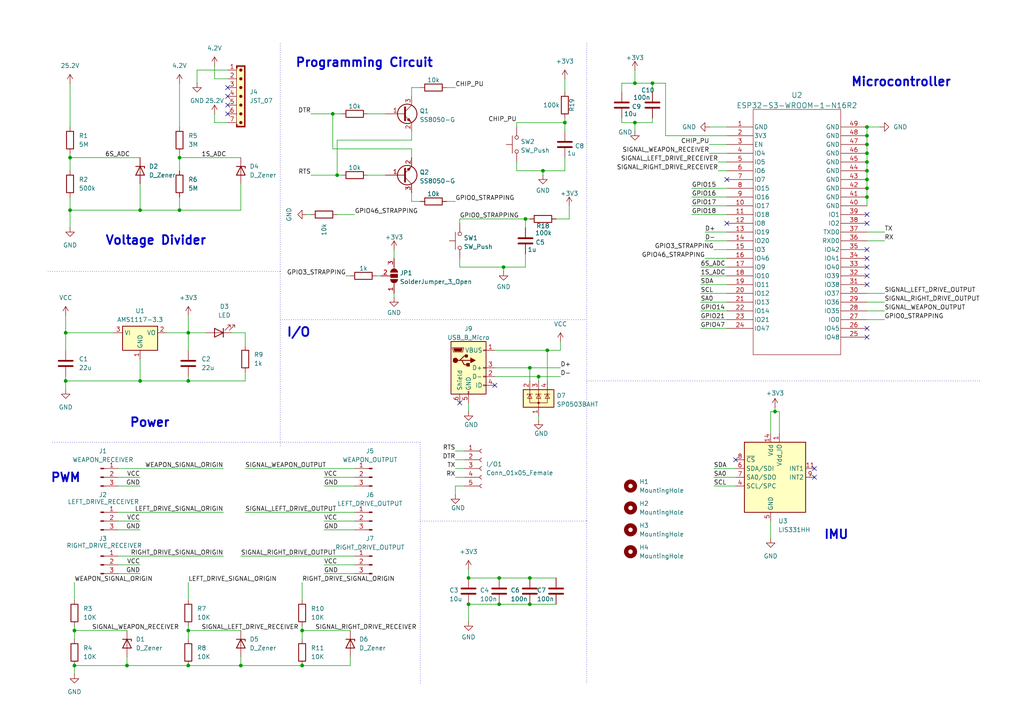
<source format=kicad_sch>
(kicad_sch (version 20231120) (generator "eeschema") (generator_version "8.0")
  (paper "A4")
  (lib_symbols
    (symbol "Connector:Conn_01x03_Pin" (pin_names (offset 1.016) hide)
      (property "Reference" "J" (at 0 5.08 0))
      (property "Value" "Conn_01x03_Pin" (at 0 -5.08 0))
      (symbol "Conn_01x03_Pin_1_1"
        (pin passive line (at 5.08 2.54 180) (length 3.81) (name "Pin_1") (number "1"))
        (pin passive line (at 5.08 0 180) (length 3.81) (name "Pin_2") (number "2"))
        (pin passive line (at 5.08 -2.54 180) (length 3.81) (name "Pin_3") (number "3"))
      )
    )
    (symbol "Connector:Conn_01x05_Female" (pin_names (offset 1.016) hide)
      (property "Reference" "J" (at 0 7.62 0))
      (property "Value" "Conn_01x05_Female" (at 0 -7.62 0))
      (symbol "Conn_01x05_Female_1_1"
        (pin passive line (at -5.08 5.08 0) (length 3.81) (name "Pin_1") (number "1"))
        (pin passive line (at -5.08 2.54 0) (length 3.81) (name "Pin_2") (number "2"))
        (pin passive line (at -5.08 0 0) (length 3.81) (name "Pin_3") (number "3"))
        (pin passive line (at -5.08 -2.54 0) (length 3.81) (name "Pin_4") (number "4"))
        (pin passive line (at -5.08 -5.08 0) (length 3.81) (name "Pin_5") (number "5"))
      )
    )
    (symbol "Connector:USB_B_Micro" (pin_names (offset 1.016))
      (property "Reference" "J" (at -5.08 11.43 0))
      (property "Value" "USB_B_Micro" (at -5.08 8.89 0))
      (symbol "USB_B_Micro_1_1"
        (pin power_out line (at 7.62 5.08 180) (length 2.54) (name "VBUS") (number "1"))
        (pin bidirectional line (at 7.62 -2.54 180) (length 2.54) (name "D-") (number "2"))
        (pin bidirectional line (at 7.62 0 180) (length 2.54) (name "D+") (number "3"))
        (pin passive line (at 7.62 -5.08 180) (length 2.54) (name "ID") (number "4"))
        (pin power_out line (at 0 -10.16 90) (length 2.54) (name "GND") (number "5"))
        (pin passive line (at -2.54 -10.16 90) (length 2.54) (name "Shield") (number "6"))
      )
    )
    (symbol "Device:C" (pin_numbers hide) (pin_names (offset 0.254))
      (property "Reference" "C" (at 0.635 2.54 0))
      (property "Value" "C" (at 0.635 -2.54 0))
      (symbol "C_1_1"
        (pin passive line (at 0 3.81 270) (length 2.794) (name "~") (number "1"))
        (pin passive line (at 0 -3.81 90) (length 2.794) (name "~") (number "2"))
      )
    )
    (symbol "Device:D_Zener" (pin_numbers hide) (pin_names (offset 1.016) hide)
      (property "Reference" "D" (at 0 2.54 0))
      (property "Value" "D_Zener" (at 0 -2.54 0))
      (symbol "D_Zener_1_1"
        (pin passive line (at -3.81 0 0) (length 2.54) (name "K") (number "1"))
        (pin passive line (at 3.81 0 180) (length 2.54) (name "A") (number "2"))
      )
    )
    (symbol "Device:LED" (pin_numbers hide) (pin_names (offset 1.016) hide)
      (property "Reference" "D" (at 0 2.54 0))
      (property "Value" "LED" (at 0 -2.54 0))
      (symbol "LED_1_1"
        (pin passive line (at -3.81 0 0) (length 2.54) (name "K") (number "1"))
        (pin passive line (at 3.81 0 180) (length 2.54) (name "A") (number "2"))
      )
    )
    (symbol "Device:Q_NPN_BEC" (pin_names (offset 0) hide)
      (property "Reference" "Q" (at 5.08 1.27 0))
      (property "Value" "Q_NPN_BEC" (at 5.08 -1.27 0))
      (symbol "Q_NPN_BEC_1_1"
        (pin input line (at -5.08 0 0) (length 5.715) (name "B") (number "1"))
        (pin passive line (at 2.54 -5.08 90) (length 2.54) (name "E") (number "2"))
        (pin passive line (at 2.54 5.08 270) (length 2.54) (name "C") (number "3"))
      )
    )
    (symbol "Device:R" (pin_numbers hide) (pin_names (offset 0))
      (property "Reference" "R" (at 2.032 0 90))
      (property "Value" "R" (at 0 0 90))
      (symbol "R_1_1"
        (pin passive line (at 0 3.81 270) (length 1.27) (name "~") (number "1"))
        (pin passive line (at 0 -3.81 90) (length 1.27) (name "~") (number "2"))
      )
    )
    (symbol "Jumper:SolderJumper_3_Open" (pin_names (offset 0) hide)
      (property "Reference" "JP" (at -2.54 -2.54 0))
      (property "Value" "SolderJumper_3_Open" (at 0 2.794 0))
      (symbol "SolderJumper_3_Open_1_1"
        (pin passive line (at -5.08 0 0) (length 2.54) (name "A") (number "1"))
        (pin passive line (at 0 -3.81 90) (length 2.54) (name "C") (number "2"))
        (pin passive line (at 5.08 0 180) (length 2.54) (name "B") (number "3"))
      )
    )
    (symbol "Mechanical:MountingHole" (pin_names (offset 1.016)) (exclude_from_sim yes) (in_bom no)
      (property "Reference" "H" (at 0 5.08 0))
      (property "Value" "MountingHole" (at 0 3.175 0))
    )
    (symbol "PCM_SL_Connectors:JST_07"
      (property "Reference" "J" (at 0 13.97 0))
      (property "Value" "JST_07" (at 0 11.43 0))
      (symbol "JST_07_1_1"
        (pin passive line (at -3.81 7.62 0) (length 2.54) (name "") (number "1"))
        (pin passive line (at -3.81 5.08 0) (length 2.54) (name "") (number "2"))
        (pin passive line (at -3.81 2.54 0) (length 2.54) (name "") (number "3"))
        (pin passive line (at -3.81 0 0) (length 2.54) (name "") (number "4"))
        (pin passive line (at -3.81 -2.54 0) (length 2.54) (name "") (number "5"))
        (pin passive line (at -3.81 -5.08 0) (length 2.54) (name "") (number "6"))
        (pin passive line (at -3.81 -7.62 0) (length 2.54) (name "") (number "7"))
      )
    )
    (symbol "Power_Protection:SP0503BAHT" (pin_names hide)
      (property "Reference" "D" (at 5.715 2.54 0))
      (property "Value" "SP0503BAHT" (at 5.715 0.635 0))
      (symbol "SP0503BAHT_0_0"
        (pin passive line (at 0 -5.08 90) (length 2.54) (name "A") (number "1"))
      )
      (symbol "SP0503BAHT_1_1"
        (pin passive line (at -2.54 5.08 270) (length 2.54) (name "K") (number "2"))
        (pin passive line (at 0 5.08 270) (length 2.54) (name "K") (number "3"))
        (pin passive line (at 2.54 5.08 270) (length 2.54) (name "K") (number "4"))
      )
    )
    (symbol "Regulator_Linear:AMS1117-3.3"
      (property "Reference" "U" (at -3.81 3.175 0))
      (property "Value" "AMS1117-3.3" (at 0 3.175 0))
      (symbol "AMS1117-3.3_1_1"
        (pin power_in line (at 0 -7.62 90) (length 2.54) (name "GND") (number "1"))
        (pin power_out line (at 7.62 0 180) (length 2.54) (name "VO") (number "2"))
        (pin power_in line (at -7.62 0 0) (length 2.54) (name "VI") (number "3"))
      )
    )
    (symbol "Sensor_Motion:LIS331HH"
      (property "Reference" "U" (at -7.62 11.43 0))
      (property "Value" "LIS331HH" (at 3.81 11.43 0))
      (symbol "LIS331HH_1_1"
        (pin power_in line (at 2.54 12.7 270) (length 2.54) (name "Vdd_IO") (number "1"))
        (pin passive line (at 0 -12.7 90) (length 2.54) hide (name "GND") (number "10"))
        (pin output line (at 12.7 2.54 180) (length 2.54) (name "INT1") (number "11"))
        (pin passive line (at 0 -12.7 90) (length 2.54) hide (name "GND") (number "12"))
        (pin passive line (at 0 -12.7 90) (length 2.54) hide (name "GND") (number "13"))
        (pin power_in line (at 0 12.7 270) (length 2.54) (name "Vdd") (number "14"))
        (pin passive line (at 0 12.7 270) (length 2.54) hide (name "Vdd") (number "15"))
        (pin passive line (at 0 -12.7 90) (length 2.54) hide (name "GND") (number "16"))
        (pin no_connect line (at 10.16 -2.54 180) (length 2.54) hide (name "NC") (number "2"))
        (pin no_connect line (at 10.16 -5.08 180) (length 2.54) hide (name "NC") (number "3"))
        (pin input line (at -10.16 -2.54 0) (length 2.54) (name "SCL/SPC") (number "4"))
        (pin power_in line (at 0 -12.7 90) (length 2.54) (name "GND") (number "5"))
        (pin bidirectional line (at -10.16 2.54 0) (length 2.54) (name "SDA/SDI") (number "6"))
        (pin output line (at -10.16 0 0) (length 2.54) (name "SA0/SDO") (number "7"))
        (pin input line (at -10.16 5.08 0) (length 2.54) (name "~{CS}") (number "8"))
        (pin output line (at 12.7 0 180) (length 2.54) (name "INT2") (number "9"))
      )
    )
    (symbol "Switch:SW_Push" (pin_numbers hide) (pin_names (offset 1.016) hide)
      (property "Reference" "SW" (at 1.27 2.54 0))
      (property "Value" "SW_Push" (at 0 -1.524 0))
      (symbol "SW_Push_0_1"
        (pin passive line (at -5.08 0 0) (length 2.54) (name "1") (number "1"))
        (pin passive line (at 5.08 0 180) (length 2.54) (name "2") (number "2"))
      )
    )
    (symbol "basic:C" (pin_numbers hide) (pin_names (offset 0.254))
      (property "Reference" "C" (at 0.635 2.54 0))
      (symbol "C_1_1"
        (pin passive line (at 0 3.81 270) (length 2.794) (name "~") (number "1"))
        (pin passive line (at 0 -3.81 90) (length 2.794) (name "~") (number "2"))
      )
    )
    (symbol "basic:R" (pin_numbers hide) (pin_names (offset 0))
      (property "Value" "R" (at 0 0 90))
      (symbol "R_1_1"
        (pin passive line (at 0 3.81 270) (length 1.27) (name "~") (number "1"))
        (pin passive line (at 0 -3.81 90) (length 1.27) (name "~") (number "2"))
      )
    )
    (symbol "local_symbols:ESP32-S3-WROOM-1-N16R2" (pin_names (offset 0.254))
      (property "Reference" "U" (at 20.32 10.16 0))
      (property "Value" "ESP32-S3-WROOM-1-N16R2" (at 20.32 7.62 0))
      (symbol "ESP32-S3-WROOM-1-N16R2_0_1"
        (pin power_out line (at 0 0 0) (length 7.62) (name "GND") (number "1"))
        (pin bidirectional line (at 0 -22.86 0) (length 7.62) (name "IO17") (number "10"))
        (pin bidirectional line (at 0 -25.4 0) (length 7.62) (name "IO18") (number "11"))
        (pin bidirectional line (at 0 -27.94 0) (length 7.62) (name "IO8") (number "12"))
        (pin bidirectional line (at 0 -30.48 0) (length 7.62) (name "IO19") (number "13"))
        (pin bidirectional line (at 0 -33.02 0) (length 7.62) (name "IO20") (number "14"))
        (pin bidirectional line (at 0 -35.56 0) (length 7.62) (name "IO3") (number "15"))
        (pin bidirectional line (at 0 -38.1 0) (length 7.62) (name "IO46") (number "16"))
        (pin bidirectional line (at 0 -40.64 0) (length 7.62) (name "IO9") (number "17"))
        (pin bidirectional line (at 0 -43.18 0) (length 7.62) (name "IO10") (number "18"))
        (pin bidirectional line (at 0 -45.72 0) (length 7.62) (name "IO11") (number "19"))
        (pin power_in line (at 0 -2.54 0) (length 7.62) (name "3V3") (number "2"))
        (pin bidirectional line (at 0 -48.26 0) (length 7.62) (name "IO12") (number "20"))
        (pin bidirectional line (at 0 -50.8 0) (length 7.62) (name "IO13") (number "21"))
        (pin bidirectional line (at 0 -53.34 0) (length 7.62) (name "IO14") (number "22"))
        (pin bidirectional line (at 0 -55.88 0) (length 7.62) (name "IO21") (number "23"))
        (pin bidirectional line (at 0 -58.42 0) (length 7.62) (name "IO47") (number "24"))
        (pin bidirectional line (at 40.64 -60.96 180) (length 7.62) (name "IO48") (number "25"))
        (pin bidirectional line (at 40.64 -58.42 180) (length 7.62) (name "IO45") (number "26"))
        (pin bidirectional line (at 40.64 -55.88 180) (length 7.62) (name "IO0") (number "27"))
        (pin bidirectional line (at 40.64 -53.34 180) (length 7.62) (name "IO35") (number "28"))
        (pin bidirectional line (at 40.64 -50.8 180) (length 7.62) (name "IO36") (number "29"))
        (pin input line (at 0 -5.08 0) (length 7.62) (name "EN") (number "3"))
        (pin bidirectional line (at 40.64 -48.26 180) (length 7.62) (name "IO37") (number "30"))
        (pin bidirectional line (at 40.64 -45.72 180) (length 7.62) (name "IO38") (number "31"))
        (pin bidirectional line (at 40.64 -43.18 180) (length 7.62) (name "IO39") (number "32"))
        (pin bidirectional line (at 40.64 -40.64 180) (length 7.62) (name "IO40") (number "33"))
        (pin bidirectional line (at 40.64 -38.1 180) (length 7.62) (name "IO41") (number "34"))
        (pin bidirectional line (at 40.64 -35.56 180) (length 7.62) (name "IO42") (number "35"))
        (pin bidirectional line (at 40.64 -33.02 180) (length 7.62) (name "RXD0") (number "36"))
        (pin bidirectional line (at 40.64 -30.48 180) (length 7.62) (name "TXD0") (number "37"))
        (pin bidirectional line (at 40.64 -27.94 180) (length 7.62) (name "IO2") (number "38"))
        (pin bidirectional line (at 40.64 -25.4 180) (length 7.62) (name "IO1") (number "39"))
        (pin bidirectional line (at 0 -7.62 0) (length 7.62) (name "IO4") (number "4"))
        (pin power_out line (at 40.64 -22.86 180) (length 7.62) (name "GND") (number "40"))
        (pin power_out line (at 40.64 -20.32 180) (length 7.62) (name "GND") (number "41"))
        (pin power_out line (at 40.64 -17.78 180) (length 7.62) (name "GND") (number "42"))
        (pin power_out line (at 40.64 -15.24 180) (length 7.62) (name "GND") (number "43"))
        (pin power_out line (at 40.64 -12.7 180) (length 7.62) (name "GND") (number "44"))
        (pin power_out line (at 40.64 -10.16 180) (length 7.62) (name "GND") (number "45"))
        (pin power_out line (at 40.64 -7.62 180) (length 7.62) (name "GND") (number "46"))
        (pin power_out line (at 40.64 -5.08 180) (length 7.62) (name "GND") (number "47"))
        (pin power_out line (at 40.64 -2.54 180) (length 7.62) (name "GND") (number "48"))
        (pin power_out line (at 40.64 0 180) (length 7.62) (name "GND") (number "49"))
        (pin bidirectional line (at 0 -10.16 0) (length 7.62) (name "IO5") (number "5"))
        (pin bidirectional line (at 0 -12.7 0) (length 7.62) (name "IO6") (number "6"))
        (pin bidirectional line (at 0 -15.24 0) (length 7.62) (name "IO7") (number "7"))
        (pin bidirectional line (at 0 -17.78 0) (length 7.62) (name "IO15") (number "8"))
        (pin bidirectional line (at 0 -20.32 0) (length 7.62) (name "IO16") (number "9"))
      )
    )
    (symbol "power:+3V3" (power) (pin_numbers hide) (pin_names (offset 0) hide)
      (property "Value" "+3V3" (at 0 3.556 0))
      (symbol "+3V3_1_1"
        (pin power_in line (at 0 0 90) (length 0) (name "~") (number "1"))
      )
    )
    (symbol "power:+5V" (power) (pin_names (offset 0))
      (property "Value" "+5V" (at 0 3.556 0))
      (symbol "+5V_1_1"
        (pin power_in line (at 0 0 90) (length 0) hide (name "+5V") (number "1"))
      )
    )
    (symbol "power:GND" (power) (pin_numbers hide) (pin_names (offset 0) hide)
      (property "Value" "GND" (at 0 -3.81 0))
      (symbol "GND_1_1"
        (pin power_in line (at 0 0 270) (length 0) (name "~") (number "1"))
      )
    )
    (symbol "power:VCC" (power) (pin_numbers hide) (pin_names (offset 0) hide)
      (property "Value" "VCC" (at 0 3.556 0))
      (symbol "VCC_1_1"
        (pin power_in line (at 0 0 90) (length 0) (name "~") (number "1"))
      )
    )
    (symbol "power:VDD" (power) (pin_numbers hide) (pin_names (offset 0) hide)
      (property "Value" "VDD" (at 0 3.556 0))
      (symbol "VDD_1_1"
        (pin power_in line (at 0 0 90) (length 0) (name "~") (number "1"))
      )
    )
  )
  (junction (at 96.52 33.02))
  (junction (at 54.61 110.49))
  (junction (at 20.32 45.72))
  (junction (at 52.07 45.72))
  (junction (at 184.15 24.13))
  (junction (at 156.21 109.22))
  (junction (at 251.46 49.53))
  (junction (at 97.79 50.8))
  (junction (at 184.15 35.56))
  (junction (at 144.78 167.64))
  (junction (at 146.05 77.47))
  (junction (at 40.64 60.96))
  (junction (at 152.4 63.5))
  (junction (at 163.83 35.56))
  (junction (at 135.89 175.26))
  (junction (at 251.46 39.37))
  (junction (at 19.05 110.49))
  (junction (at 144.78 175.26))
  (junction (at 54.61 182.88))
  (junction (at 157.48 49.53))
  (junction (at 20.32 60.96))
  (junction (at 251.46 52.07))
  (junction (at 251.46 57.15))
  (junction (at 251.46 41.91))
  (junction (at 251.46 36.83))
  (junction (at 87.63 193.04))
  (junction (at 52.07 60.96))
  (junction (at 153.67 167.64))
  (junction (at 21.59 193.04))
  (junction (at 21.59 182.88))
  (junction (at 251.46 54.61))
  (junction (at 224.79 119.38))
  (junction (at 40.64 110.49))
  (junction (at 251.46 44.45))
  (junction (at 135.89 167.64))
  (junction (at 54.61 193.04))
  (junction (at 158.75 101.6))
  (junction (at 36.83 193.04))
  (junction (at 153.67 106.68))
  (junction (at 189.23 24.13))
  (junction (at 153.67 175.26))
  (junction (at 251.46 46.99))
  (junction (at 69.85 193.04))
  (junction (at 19.05 96.52))
  (junction (at 54.61 96.52))
  (junction (at 87.63 182.88))
  (no_connect (at 251.46 72.39))
  (no_connect (at 66.04 27.94))
  (no_connect (at 66.04 30.48))
  (no_connect (at 210.82 64.77))
  (no_connect (at 251.46 77.47))
  (no_connect (at 236.22 135.89))
  (no_connect (at 133.35 116.84))
  (no_connect (at 66.04 25.4))
  (no_connect (at 251.46 97.79))
  (no_connect (at 251.46 62.23))
  (no_connect (at 213.36 133.35))
  (no_connect (at 251.46 82.55))
  (no_connect (at 251.46 95.25))
  (no_connect (at 66.04 33.02))
  (no_connect (at 251.46 64.77))
  (no_connect (at 143.51 111.76))
  (no_connect (at 236.22 138.43))
  (no_connect (at 251.46 80.01))
  (no_connect (at 251.46 74.93))
  (no_connect (at 210.82 52.07))
  (wire (pts (xy 52.07 45.72) (xy 69.85 45.72)))
  (wire (pts (xy 121.92 25.4) (xy 119.38 25.4)))
  (wire (pts (xy 93.98 138.43) (xy 102.87 138.43)))
  (wire (pts (xy 156.21 109.22) (xy 162.56 109.22)))
  (wire (pts (xy 251.46 92.71) (xy 256.54 92.71)))
  (wire (pts (xy 163.83 45.72) (xy 163.83 49.53)))
  (wire (pts (xy 119.38 38.1) (xy 119.38 40.64)))
  (wire (pts (xy 144.78 167.64) (xy 153.67 167.64)))
  (wire (pts (xy 251.46 39.37) (xy 251.46 41.91)))
  (wire (pts (xy 180.34 26.67) (xy 180.34 24.13)))
  (wire (pts (xy 54.61 96.52) (xy 59.69 96.52)))
  (wire (pts (xy 87.63 182.88) (xy 87.63 185.42)))
  (wire (pts (xy 153.67 175.26) (xy 161.29 175.26)))
  (wire (pts (xy 251.46 90.17) (xy 256.54 90.17)))
  (wire (pts (xy 106.68 33.02) (xy 111.76 33.02)))
  (wire (pts (xy 224.79 119.38) (xy 223.52 119.38)))
  (wire (pts (xy 54.61 193.04) (xy 69.85 193.04)))
  (polyline (pts (xy 170.18 110.49) (xy 284.48 110.49)) (stroke (width 0) (type dot)))
  (wire (pts (xy 54.61 182.88) (xy 54.61 185.42)))
  (wire (pts (xy 143.51 106.68) (xy 153.67 106.68)))
  (wire (pts (xy 101.6 190.5) (xy 101.6 193.04)))
  (wire (pts (xy 251.46 36.83) (xy 251.46 39.37)))
  (wire (pts (xy 54.61 110.49) (xy 71.12 110.49)))
  (wire (pts (xy 114.3 72.39) (xy 114.3 74.93)))
  (wire (pts (xy 149.86 36.83) (xy 149.86 35.56)))
  (wire (pts (xy 20.32 44.45) (xy 20.32 45.72)))
  (wire (pts (xy 34.29 151.13) (xy 40.64 151.13)))
  (wire (pts (xy 93.98 166.37) (xy 102.87 166.37)))
  (wire (pts (xy 132.08 138.43) (xy 134.62 138.43)))
  (wire (pts (xy 153.67 106.68) (xy 153.67 110.49)))
  (wire (pts (xy 21.59 181.61) (xy 21.59 182.88)))
  (wire (pts (xy 223.52 151.13) (xy 223.52 156.21)))
  (wire (pts (xy 52.07 24.13) (xy 52.07 36.83)))
  (wire (pts (xy 251.46 67.31) (xy 256.54 67.31)))
  (wire (pts (xy 180.34 24.13) (xy 184.15 24.13)))
  (wire (pts (xy 152.4 77.47) (xy 146.05 77.47)))
  (wire (pts (xy 133.35 64.77) (xy 133.35 63.5)))
  (wire (pts (xy 207.01 140.97) (xy 213.36 140.97)))
  (wire (pts (xy 93.98 151.13) (xy 102.87 151.13)))
  (wire (pts (xy 205.74 44.45) (xy 210.82 44.45)))
  (wire (pts (xy 20.32 60.96) (xy 40.64 60.96)))
  (wire (pts (xy 165.1 59.69) (xy 165.1 63.5)))
  (polyline (pts (xy 81.28 78.74) (xy 81.28 129.54)) (stroke (width 0) (type dot)))
  (wire (pts (xy 251.46 36.83) (xy 255.27 36.83)))
  (wire (pts (xy 153.67 106.68) (xy 162.56 106.68)))
  (wire (pts (xy 52.07 45.72) (xy 52.07 49.53)))
  (wire (pts (xy 54.61 91.44) (xy 54.61 96.52)))
  (wire (pts (xy 71.12 107.95) (xy 71.12 110.49)))
  (wire (pts (xy 226.06 125.73) (xy 226.06 119.38)))
  (wire (pts (xy 226.06 119.38) (xy 224.79 119.38)))
  (wire (pts (xy 87.63 168.91) (xy 87.63 173.99)))
  (wire (pts (xy 97.79 40.64) (xy 97.79 50.8)))
  (wire (pts (xy 69.85 53.34) (xy 69.85 60.96)))
  (wire (pts (xy 62.23 19.05) (xy 62.23 22.86)))
  (wire (pts (xy 34.29 138.43) (xy 40.64 138.43)))
  (wire (pts (xy 119.38 25.4) (xy 119.38 27.94)))
  (wire (pts (xy 96.52 43.18) (xy 96.52 33.02)))
  (wire (pts (xy 152.4 73.66) (xy 152.4 77.47)))
  (wire (pts (xy 223.52 119.38) (xy 223.52 125.73)))
  (wire (pts (xy 21.59 182.88) (xy 36.83 182.88)))
  (wire (pts (xy 20.32 57.15) (xy 20.32 60.96)))
  (wire (pts (xy 189.23 24.13) (xy 189.23 26.67)))
  (wire (pts (xy 132.08 130.81) (xy 134.62 130.81)))
  (wire (pts (xy 21.59 168.91) (xy 21.59 173.99)))
  (wire (pts (xy 251.46 49.53) (xy 251.46 52.07)))
  (wire (pts (xy 69.85 161.29) (xy 102.87 161.29)))
  (wire (pts (xy 133.35 74.93) (xy 133.35 77.47)))
  (wire (pts (xy 34.29 163.83) (xy 40.64 163.83)))
  (wire (pts (xy 21.59 182.88) (xy 21.59 185.42)))
  (wire (pts (xy 184.15 20.32) (xy 184.15 24.13)))
  (wire (pts (xy 109.22 80.01) (xy 110.49 80.01)))
  (wire (pts (xy 205.74 41.91) (xy 210.82 41.91)))
  (wire (pts (xy 135.89 175.26) (xy 144.78 175.26)))
  (wire (pts (xy 251.46 46.99) (xy 251.46 49.53)))
  (wire (pts (xy 19.05 109.22) (xy 19.05 110.49)))
  (polyline (pts (xy 13.97 78.74) (xy 81.28 78.74)) (stroke (width 0) (type dot)))
  (wire (pts (xy 34.29 135.89) (xy 64.77 135.89)))
  (wire (pts (xy 114.3 85.09) (xy 114.3 86.36)))
  (wire (pts (xy 132.08 140.97) (xy 132.08 143.51)))
  (wire (pts (xy 144.78 175.26) (xy 153.67 175.26)))
  (wire (pts (xy 251.46 85.09) (xy 256.54 85.09)))
  (wire (pts (xy 200.66 62.23) (xy 210.82 62.23)))
  (wire (pts (xy 62.23 33.02) (xy 62.23 35.56)))
  (wire (pts (xy 135.89 116.84) (xy 135.89 119.38)))
  (wire (pts (xy 224.79 119.38) (xy 224.79 118.11)))
  (wire (pts (xy 57.15 20.32) (xy 66.04 20.32)))
  (wire (pts (xy 156.21 109.22) (xy 156.21 110.49)))
  (wire (pts (xy 119.38 58.42) (xy 121.92 58.42)))
  (wire (pts (xy 203.2 92.71) (xy 210.82 92.71)))
  (polyline (pts (xy 15.24 128.27) (xy 121.92 128.27)) (stroke (width 0) (type dot)))
  (wire (pts (xy 88.9 62.23) (xy 90.17 62.23)))
  (wire (pts (xy 54.61 96.52) (xy 54.61 101.6)))
  (polyline (pts (xy 121.92 151.13) (xy 170.18 151.13)) (stroke (width 0) (type dot)))
  (wire (pts (xy 163.83 49.53) (xy 157.48 49.53)))
  (wire (pts (xy 153.67 167.64) (xy 161.29 167.64)))
  (wire (pts (xy 135.89 167.64) (xy 144.78 167.64)))
  (wire (pts (xy 149.86 46.99) (xy 149.86 49.53)))
  (wire (pts (xy 90.17 33.02) (xy 96.52 33.02)))
  (wire (pts (xy 203.2 77.47) (xy 210.82 77.47)))
  (wire (pts (xy 135.89 175.26) (xy 135.89 180.34)))
  (wire (pts (xy 71.12 135.89) (xy 102.87 135.89)))
  (wire (pts (xy 54.61 182.88) (xy 69.85 182.88)))
  (wire (pts (xy 96.52 33.02) (xy 99.06 33.02)))
  (wire (pts (xy 251.46 52.07) (xy 251.46 54.61)))
  (wire (pts (xy 34.29 148.59) (xy 64.77 148.59)))
  (wire (pts (xy 87.63 181.61) (xy 87.63 182.88)))
  (wire (pts (xy 203.2 85.09) (xy 210.82 85.09)))
  (wire (pts (xy 207.01 138.43) (xy 213.36 138.43)))
  (wire (pts (xy 163.83 35.56) (xy 163.83 38.1)))
  (wire (pts (xy 149.86 49.53) (xy 157.48 49.53)))
  (wire (pts (xy 200.66 54.61) (xy 210.82 54.61)))
  (wire (pts (xy 143.51 101.6) (xy 158.75 101.6)))
  (wire (pts (xy 52.07 57.15) (xy 52.07 60.96)))
  (wire (pts (xy 119.38 40.64) (xy 97.79 40.64)))
  (wire (pts (xy 193.04 39.37) (xy 210.82 39.37)))
  (wire (pts (xy 93.98 140.97) (xy 102.87 140.97)))
  (wire (pts (xy 180.34 34.29) (xy 180.34 35.56)))
  (wire (pts (xy 203.2 95.25) (xy 210.82 95.25)))
  (wire (pts (xy 205.74 36.83) (xy 210.82 36.83)))
  (wire (pts (xy 57.15 24.13) (xy 57.15 20.32)))
  (wire (pts (xy 21.59 193.04) (xy 36.83 193.04)))
  (wire (pts (xy 66.04 35.56) (xy 62.23 35.56)))
  (wire (pts (xy 21.59 193.04) (xy 21.59 195.58)))
  (wire (pts (xy 163.83 22.86) (xy 163.83 26.67)))
  (wire (pts (xy 203.2 90.17) (xy 210.82 90.17)))
  (wire (pts (xy 119.38 43.18) (xy 96.52 43.18)))
  (wire (pts (xy 184.15 35.56) (xy 184.15 38.1)))
  (wire (pts (xy 133.35 77.47) (xy 146.05 77.47)))
  (wire (pts (xy 90.17 50.8) (xy 97.79 50.8)))
  (wire (pts (xy 129.54 58.42) (xy 132.08 58.42)))
  (wire (pts (xy 34.29 166.37) (xy 40.64 166.37)))
  (wire (pts (xy 36.83 190.5) (xy 36.83 193.04)))
  (wire (pts (xy 101.6 193.04) (xy 87.63 193.04)))
  (wire (pts (xy 204.47 74.93) (xy 210.82 74.93)))
  (wire (pts (xy 40.64 110.49) (xy 19.05 110.49)))
  (wire (pts (xy 71.12 148.59) (xy 102.87 148.59)))
  (wire (pts (xy 20.32 45.72) (xy 20.32 49.53)))
  (wire (pts (xy 54.61 168.91) (xy 54.61 173.99)))
  (wire (pts (xy 106.68 50.8) (xy 111.76 50.8)))
  (wire (pts (xy 208.28 46.99) (xy 210.82 46.99)))
  (wire (pts (xy 184.15 24.13) (xy 189.23 24.13)))
  (wire (pts (xy 134.62 140.97) (xy 132.08 140.97)))
  (wire (pts (xy 207.01 72.39) (xy 210.82 72.39)))
  (wire (pts (xy 20.32 45.72) (xy 40.64 45.72)))
  (wire (pts (xy 203.2 87.63) (xy 210.82 87.63)))
  (wire (pts (xy 19.05 91.44) (xy 19.05 96.52)))
  (wire (pts (xy 203.2 82.55) (xy 210.82 82.55)))
  (wire (pts (xy 133.35 63.5) (xy 152.4 63.5)))
  (wire (pts (xy 146.05 77.47) (xy 146.05 78.74)))
  (wire (pts (xy 184.15 35.56) (xy 189.23 35.56)))
  (wire (pts (xy 180.34 35.56) (xy 184.15 35.56)))
  (wire (pts (xy 34.29 161.29) (xy 64.77 161.29)))
  (wire (pts (xy 67.31 96.52) (xy 71.12 96.52)))
  (wire (pts (xy 40.64 53.34) (xy 40.64 60.96)))
  (wire (pts (xy 189.23 34.29) (xy 189.23 35.56)))
  (wire (pts (xy 119.38 55.88) (xy 119.38 58.42)))
  (wire (pts (xy 93.98 153.67) (xy 102.87 153.67)))
  (polyline (pts (xy 81.28 12.7) (xy 81.28 78.74)) (stroke (width 0) (type dot)))
  (wire (pts (xy 135.89 165.1) (xy 135.89 167.64)))
  (wire (pts (xy 165.1 63.5) (xy 161.29 63.5)))
  (wire (pts (xy 40.64 60.96) (xy 52.07 60.96)))
  (wire (pts (xy 36.83 193.04) (xy 54.61 193.04)))
  (wire (pts (xy 203.2 80.01) (xy 210.82 80.01)))
  (wire (pts (xy 54.61 110.49) (xy 40.64 110.49)))
  (wire (pts (xy 208.28 49.53) (xy 210.82 49.53)))
  (wire (pts (xy 87.63 182.88) (xy 101.6 182.88)))
  (wire (pts (xy 93.98 163.83) (xy 102.87 163.83)))
  (wire (pts (xy 71.12 96.52) (xy 71.12 100.33)))
  (wire (pts (xy 69.85 193.04) (xy 87.63 193.04)))
  (wire (pts (xy 119.38 45.72) (xy 119.38 43.18)))
  (wire (pts (xy 251.46 87.63) (xy 256.54 87.63)))
  (wire (pts (xy 152.4 63.5) (xy 152.4 66.04)))
  (wire (pts (xy 143.51 109.22) (xy 156.21 109.22)))
  (wire (pts (xy 156.21 120.65) (xy 156.21 121.92)))
  (wire (pts (xy 189.23 24.13) (xy 193.04 24.13)))
  (wire (pts (xy 34.29 140.97) (xy 40.64 140.97)))
  (wire (pts (xy 251.46 54.61) (xy 251.46 57.15)))
  (wire (pts (xy 200.66 59.69) (xy 210.82 59.69)))
  (wire (pts (xy 132.08 135.89) (xy 134.62 135.89)))
  (polyline (pts (xy 81.28 92.71) (xy 170.18 92.71)) (stroke (width 0) (type dot)))
  (wire (pts (xy 52.07 44.45) (xy 52.07 45.72)))
  (wire (pts (xy 54.61 181.61) (xy 54.61 182.88)))
  (wire (pts (xy 251.46 41.91) (xy 251.46 44.45)))
  (wire (pts (xy 97.79 50.8) (xy 99.06 50.8)))
  (wire (pts (xy 153.67 63.5) (xy 152.4 63.5)))
  (polyline (pts (xy 170.18 12.7) (xy 170.18 151.13)) (stroke (width 0) (type dot)))
  (wire (pts (xy 163.83 34.29) (xy 163.83 35.56)))
  (polyline (pts (xy 121.92 128.27) (xy 121.92 198.12)) (stroke (width 0) (type dot)))
  (wire (pts (xy 251.46 44.45) (xy 251.46 46.99)))
  (wire (pts (xy 52.07 60.96) (xy 69.85 60.96)))
  (wire (pts (xy 34.29 153.67) (xy 40.64 153.67)))
  (wire (pts (xy 48.26 96.52) (xy 54.61 96.52)))
  (wire (pts (xy 204.47 67.31) (xy 210.82 67.31)))
  (polyline (pts (xy 170.18 151.13) (xy 170.18 198.12)) (stroke (width 0) (type dot)))
  (wire (pts (xy 158.75 101.6) (xy 162.56 101.6)))
  (wire (pts (xy 251.46 57.15) (xy 251.46 59.69)))
  (wire (pts (xy 162.56 99.06) (xy 162.56 101.6)))
  (wire (pts (xy 20.32 24.13) (xy 20.32 36.83)))
  (wire (pts (xy 19.05 101.6) (xy 19.05 96.52)))
  (wire (pts (xy 100.33 80.01) (xy 101.6 80.01)))
  (wire (pts (xy 193.04 24.13) (xy 193.04 39.37)))
  (wire (pts (xy 158.75 101.6) (xy 158.75 110.49)))
  (wire (pts (xy 19.05 96.52) (xy 33.02 96.52)))
  (wire (pts (xy 54.61 109.22) (xy 54.61 110.49)))
  (wire (pts (xy 200.66 57.15) (xy 210.82 57.15)))
  (wire (pts (xy 97.79 62.23) (xy 102.87 62.23)))
  (wire (pts (xy 20.32 60.96) (xy 20.32 66.04)))
  (wire (pts (xy 66.04 22.86) (xy 62.23 22.86)))
  (wire (pts (xy 157.48 49.53) (xy 157.48 50.8)))
  (wire (pts (xy 149.86 35.56) (xy 163.83 35.56)))
  (wire (pts (xy 251.46 69.85) (xy 256.54 69.85)))
  (wire (pts (xy 40.64 104.14) (xy 40.64 110.49)))
  (wire (pts (xy 19.05 110.49) (xy 19.05 113.03)))
  (wire (pts (xy 204.47 69.85) (xy 210.82 69.85)))
  (wire (pts (xy 132.08 133.35) (xy 134.62 133.35)))
  (wire (pts (xy 129.54 25.4) (xy 132.08 25.4)))
  (wire (pts (xy 207.01 135.89) (xy 213.36 135.89)))
  (wire (pts (xy 69.85 190.5) (xy 69.85 193.04)))
  (text "Power" (at 43.434 122.682 0) (effects (font (size 2.54 2.54) (thickness 0.508) (bold yes))))
  (text "IMU" (at 242.57 155.194 0) (effects (font (size 2.54 2.54) (thickness 0.508) (bold yes))))
  (text "Programming Circuit" (at 105.664 18.288 0) (effects (font (size 2.54 2.54) (thickness 0.508) (bold yes))))
  (text "Microcontroller" (at 261.366 23.876 0) (effects (font (size 2.54 2.54) (thickness 0.508) (bold yes))))
  (text "PWM" (at 19.05 138.684 0) (effects (font (size 2.54 2.54) (thickness 0.508) (bold yes))))
  (text "I/O" (at 86.614 96.52 0) (effects (font (size 2.54 2.54) (thickness 0.508) (bold yes))))
  (text "Voltage Divider" (at 45.212 69.85 0) (effects (font (size 2.54 2.54) (thickness 0.508) (bold yes))))
  (label "1S_ADC" (at 58.42 45.72 0))
  (label "SIGNAL_WEAPON_RECEIVER" (at 205.74 44.45 180))
  (label "GPIO14" (at 203.2 90.17 0))
  (label "RTS" (at 132.08 130.81 180))
  (label "WEAPON_SIGNAL_ORIGIN" (at 21.59 168.91 0))
  (label "GPIO47" (at 203.2 95.25 0))
  (label "TX" (at 132.08 135.89 180))
  (label "DTR" (at 90.17 33.02 180))
  (label "SIGNAL_RIGHT_DRIVE_OUTPUT" (at 256.54 87.63 0))
  (label "SIGNAL_LEFT_DRIVE_RECEIVER" (at 58.42 182.88 0))
  (label "GND" (at 93.98 166.37 0))
  (label "GND" (at 93.98 140.97 0))
  (label "VCC" (at 40.64 138.43 180))
  (label "GPIO0_STRAPPING" (at 256.54 92.71 0))
  (label "GPIO0_STRAPPING" (at 133.35 63.5 0))
  (label "GPIO17" (at 200.66 59.69 0))
  (label "VCC" (at 93.98 163.83 0))
  (label "GPIO46_STRAPPING" (at 102.87 62.23 0))
  (label "VCC" (at 93.98 138.43 0))
  (label "D+" (at 204.47 67.31 0))
  (label "SA0" (at 207.01 138.43 0))
  (label "GPIO16" (at 200.66 57.15 0))
  (label "SIGNAL_WEAPON_OUTPUT" (at 71.12 135.89 0))
  (label "VCC" (at 40.64 163.83 180))
  (label "VCC" (at 93.98 151.13 0))
  (label "GND" (at 40.64 166.37 180))
  (label "SIGNAL_WEAPON_RECEIVER" (at 26.67 182.88 0))
  (label "CHIP_PU" (at 132.08 25.4 0))
  (label "GPIO3_STRAPPING" (at 207.01 72.39 180))
  (label "GPIO0_STRAPPING" (at 132.08 58.42 0))
  (label "GND" (at 40.64 153.67 180))
  (label "6S_ADC" (at 203.2 77.47 0))
  (label "CHIP_PU" (at 149.86 35.56 180))
  (label "6S_ADC" (at 30.48 45.72 0))
  (label "SA0" (at 203.2 87.63 0))
  (label "CHIP_PU" (at 205.74 41.91 180))
  (label "GPIO21" (at 203.2 92.71 0))
  (label "WEAPON_SIGNAL_ORIGIN" (at 64.77 135.89 180))
  (label "SCL" (at 207.01 140.97 0))
  (label "RX" (at 132.08 138.43 180))
  (label "RTS" (at 90.17 50.8 180))
  (label "GPIO18" (at 200.66 62.23 0))
  (label "SIGNAL_LEFT_DRIVE_RECEIVER" (at 208.28 46.99 180))
  (label "GPIO46_STRAPPING" (at 204.47 74.93 180))
  (label "GPIO3_STRAPPING" (at 100.33 80.01 180))
  (label "1S_ADC" (at 203.2 80.01 0))
  (label "SIGNAL_RIGHT_DRIVE_RECEIVER" (at 208.28 49.53 180))
  (label "LEFT_DRIVE_SIGNAL_ORIGIN" (at 54.61 168.91 0))
  (label "D-" (at 204.47 69.85 0))
  (label "GND" (at 40.64 140.97 180))
  (label "DTR" (at 132.08 133.35 180))
  (label "SIGNAL_WEAPON_OUTPUT" (at 256.54 90.17 0))
  (label "RX" (at 256.54 69.85 0))
  (label "SIGNAL_RIGHT_DRIVE_OUTPUT" (at 69.85 161.29 0))
  (label "GPIO15" (at 200.66 54.61 0))
  (label "SDA" (at 203.2 82.55 0))
  (label "TX" (at 256.54 67.31 0))
  (label "D+" (at 162.56 106.68 0))
  (label "RIGHT_DRIVE_SIGNAL_ORIGIN" (at 87.63 168.91 0))
  (label "SDA" (at 207.01 135.89 0))
  (label "SIGNAL_RIGHT_DRIVE_RECEIVER" (at 91.44 182.88 0))
  (label "SIGNAL_LEFT_DRIVE_OUTPUT" (at 71.12 148.59 0))
  (label "RIGHT_DRIVE_SIGNAL_ORIGIN" (at 64.77 161.29 180))
  (label "VCC" (at 40.64 151.13 180))
  (label "GND" (at 93.98 153.67 0))
  (label "SIGNAL_LEFT_DRIVE_OUTPUT" (at 256.54 85.09 0))
  (label "SCL" (at 203.2 85.09 0))
  (label "LEFT_DRIVE_SIGNAL_ORIGIN" (at 64.77 148.59 180))
  (label "D-" (at 162.56 109.22 0))
  (symbol (lib_id "basic:R") (at 125.73 25.4 90) (unit 1)
    (property "Reference" "R16" (effects (hide yes)))
    (property "Value" "10k" (at 125.73 23.2212 90))
    (property "Footprint" "Resistor_SMD:R_0805_2012Metric" (effects (hide yes)))
  )
  (symbol (lib_id "power:GND") (at 19.05 113.03 0) (unit 1)
    (property "Reference" "#PWR02" (effects (hide yes)))
    (property "Value" "GND" (at 19.05 118.11 0))
    (property "Description" "Power symbol creates a global label with name \"GND\" , ground" (effects (hide yes)))
  )
  (symbol (lib_id "Device:Q_NPN_BEC") (at 116.84 33.02 0) (unit 1)
    (property "Reference" "Q1" (at 121.6914 32.1853 0) (effects (justify left)))
    (property "Value" "SS8050-G" (at 121.6914 34.7222 0) (effects (justify left)))
    (property "Footprint" "Package_TO_SOT_SMD:SOT-23" (effects (hide yes)))
  )
  (symbol (lib_id "power:GND") (at 156.21 121.92 0) (unit 1)
    (property "Reference" "#PWR021" (effects (hide yes)))
    (property "Value" "GND" (at 154.94 125.73 0) (effects (justify left)))
  )
  (symbol (lib_id "Switch:SW_Push") (at 149.86 41.91 90) (unit 1)
    (property "Reference" "SW2" (at 151.003 41.0753 90) (effects (justify right)))
    (property "Value" "SW_Push" (at 151.003 43.6122 90) (effects (justify right)))
    (property "Footprint" "Button_Switch_SMD:SW_SPST_B3S-1000" (effects (hide yes)))
    (property "Datasheet" "https://www.digikey.com/en/products/detail/omron-electronics-inc-emc-div/B3S-1000/20686" (effects (hide yes)))
  )
  (symbol (lib_id "Device:R") (at 54.61 177.8 0) (unit 1)
    (property "Reference" "R7" (at 57.15 176.5299 0) (effects (justify left)))
    (property "Value" "10K" (at 57.15 179.0699 0) (effects (justify left)))
    (property "Footprint" "Resistor_SMD:R_1206_3216Metric" (effects (hide yes)))
    (property "Description" "Resistor" (effects (hide yes)))
  )
  (symbol (lib_id "power:VCC") (at 19.05 91.44 0) (unit 1)
    (property "Reference" "#PWR01" (effects (hide yes)))
    (property "Value" "VCC" (at 19.05 86.36 0))
    (property "Description" "Power symbol creates a global label with name \"VCC\"" (effects (hide yes)))
  )
  (symbol (lib_id "power:GND") (at 255.27 36.83 90) (mirror x) (unit 1)
    (property "Reference" "#PWR031" (effects (hide yes)))
    (property "Value" "GND" (at 259.08 36.8299 90) (effects (justify right)))
    (property "Description" "Power symbol creates a global label with name \"GND\" , ground" (effects (hide yes)))
  )
  (symbol (lib_id "basic:R") (at 125.73 58.42 90) (unit 1)
    (property "Reference" "R17" (effects (hide yes)))
    (property "Value" "10k" (at 125.73 56.2412 90))
    (property "Footprint" "Resistor_SMD:R_0805_2012Metric" (effects (hide yes)))
  )
  (symbol (lib_id "power:GND") (at 20.32 66.04 0) (unit 1)
    (property "Reference" "#PWR04" (effects (hide yes)))
    (property "Value" "GND" (at 20.32 71.12 0))
    (property "Description" "Power symbol creates a global label with name \"GND\" , ground" (effects (hide yes)))
  )
  (symbol (lib_id "power:+3V3") (at 114.3 72.39 0) (unit 1)
    (property "Reference" "#PWR014" (effects (hide yes)))
    (property "Value" "+3V3" (at 114.3 68.8142 0))
  )
  (symbol (lib_id "Switch:SW_Push") (at 133.35 69.85 90) (unit 1)
    (property "Reference" "SW1" (at 134.493 69.0153 90) (effects (justify right)))
    (property "Value" "SW_Push" (at 134.493 71.5522 90) (effects (justify right)))
    (property "Footprint" "Button_Switch_SMD:SW_SPST_B3S-1000" (effects (hide yes)))
    (property "Datasheet" "https://www.digikey.com/en/products/detail/omron-electronics-inc-emc-div/B3S-1000/20686" (effects (hide yes)))
  )
  (symbol (lib_id "power:VCC") (at 62.23 33.02 0) (unit 1)
    (property "Reference" "#PWR010" (effects (hide yes)))
    (property "Value" "25.2V" (at 62.23 29.21 0))
    (property "Description" "Power symbol creates a global label with name \"VCC\"" (effects (hide yes)))
  )
  (symbol (lib_id "Connector:USB_B_Micro") (at 135.89 106.68 0) (unit 1)
    (property "Reference" "J9" (at 135.89 95.3602 0))
    (property "Value" "USB_B_Micro" (at 135.89 97.8971 0))
    (property "Footprint" "Connector_USB:USB_Micro-B_Amphenol_10118194_Horizontal" (effects (hide yes)))
  )
  (symbol (lib_id "Connector:Conn_01x05_Female") (at 139.7 135.89 0) (unit 1)
    (property "Reference" "I/O1" (at 140.97 134.6199 0) (effects (justify left)))
    (property "Value" "Conn_01x05_Female" (at 140.97 137.1599 0) (effects (justify left)))
    (property "Footprint" "Connector_PinHeader_2.54mm:PinHeader_1x05_P2.54mm_Vertical" (effects (hide yes)))
  )
  (symbol (lib_id "Mechanical:MountingHole") (at 182.88 160.02 0) (unit 1) (exclude_from_sim yes) (in_bom no)
    (property "Reference" "H4" (at 185.42 158.7499 0) (effects (justify left)))
    (property "Value" "MountingHole" (at 185.42 161.2899 0) (effects (justify left)))
    (property "Footprint" "MountingHole:MountingHole_2.2mm_M2" (effects (hide yes)))
    (property "Description" "Mounting Hole without connection" (effects (hide yes)))
  )
  (symbol (lib_id "power:GND") (at 114.3 86.36 0) (unit 1)
    (property "Reference" "#PWR015" (effects (hide yes)))
    (property "Value" "GND" (at 114.3 90.678 0))
  )
  (symbol (lib_id "Device:Q_NPN_BEC") (at 116.84 50.8 0) (mirror x) (unit 1)
    (property "Reference" "Q2" (at 121.6914 49.9653 0) (effects (justify left)))
    (property "Value" "SS8050-G" (at 121.6914 52.5022 0) (effects (justify left)))
    (property "Footprint" "Package_TO_SOT_SMD:SOT-23" (effects (hide yes)))
  )
  (symbol (lib_id "power:GND") (at 146.05 78.74 0) (unit 1)
    (property "Reference" "#PWR020" (effects (hide yes)))
    (property "Value" "GND" (at 146.05 83.1834 0))
  )
  (symbol (lib_id "power:GND") (at 135.89 180.34 0) (unit 1)
    (property "Reference" "#PWR019" (effects (hide yes)))
    (property "Value" "GND" (at 135.89 184.7834 0))
  )
  (symbol (lib_id "Device:R") (at 71.12 104.14 0) (unit 1)
    (property "Reference" "R9" (at 73.66 102.8699 0) (effects (justify left)))
    (property "Value" "1k" (at 73.66 105.4099 0) (effects (justify left)))
    (property "Footprint" "Resistor_SMD:R_0603_1608Metric" (effects (hide yes)))
    (property "Description" "Resistor" (effects (hide yes)))
  )
  (symbol (lib_id "Mechanical:MountingHole") (at 182.88 153.67 0) (unit 1) (exclude_from_sim yes) (in_bom no)
    (property "Reference" "H3" (at 185.42 152.3999 0) (effects (justify left)))
    (property "Value" "MountingHole" (at 185.42 154.9399 0) (effects (justify left)))
    (property "Footprint" "MountingHole:MountingHole_2.2mm_M2" (effects (hide yes)))
    (property "Description" "Mounting Hole without connection" (effects (hide yes)))
  )
  (symbol (lib_id "power:+3V3") (at 184.15 20.32 0) (unit 1)
    (property "Reference" "#PWR026" (effects (hide yes)))
    (property "Value" "+3V3" (at 184.15 16.7442 0))
  )
  (symbol (lib_id "Device:R") (at 52.07 53.34 0) (unit 1)
    (property "Reference" "R6" (at 54.61 52.0699 0) (effects (justify left)))
    (property "Value" "5M" (at 54.61 54.6099 0) (effects (justify left)))
    (property "Footprint" "Resistor_SMD:R_1206_3216Metric" (effects (hide yes)))
    (property "Description" "Resistor" (effects (hide yes)))
  )
  (symbol (lib_id "Device:C") (at 54.61 105.41 0) (unit 1)
    (property "Reference" "C2" (at 58.42 104.1399 0) (effects (justify left)))
    (property "Value" "22u" (at 58.42 106.6799 0) (effects (justify left)))
    (property "Footprint" "Capacitor_SMD:C_0603_1608Metric" (effects (hide yes)))
    (property "Description" "Unpolarized capacitor" (effects (hide yes)))
  )
  (symbol (lib_id "power:GND") (at 57.15 24.13 0) (unit 1)
    (property "Reference" "#PWR08" (effects (hide yes)))
    (property "Value" "GND" (at 57.15 29.21 0))
    (property "Description" "Power symbol creates a global label with name \"GND\" , ground" (effects (hide yes)))
  )
  (symbol (lib_id "Device:D_Zener") (at 69.85 186.69 270) (unit 1)
    (property "Reference" "D5" (at 72.39 185.4199 90) (effects (justify left)))
    (property "Value" "D_Zener" (at 72.39 187.9599 90) (effects (justify left)))
    (property "Footprint" "Diode_SMD:D_0603_1608Metric" (effects (hide yes)))
    (property "Description" "Zener diode" (effects (hide yes)))
  )
  (symbol (lib_id "PCM_SL_Connectors:JST_07") (at 69.85 27.94 0) (unit 1)
    (property "Reference" "J4" (at 72.39 26.6699 0) (effects (justify left)))
    (property "Value" "JST_07" (at 72.39 29.2099 0) (effects (justify left)))
    (property "Footprint" "Connector_JST:JST_EH_B7B-EH-A_1x07_P2.50mm_Vertical" (effects (hide yes)))
    (property "Description" "JST Connector  7 pins" (effects (hide yes)))
  )
  (symbol (lib_id "local_symbols:ESP32-S3-WROOM-1-N16R2") (at 210.82 36.83 0) (unit 1)
    (property "Reference" "U2" (at 231.14 27.6024 0) (effects (font (size 1.524 1.524))))
    (property "Value" "ESP32-S3-WROOM-1-N16R2" (at 231.14 30.5958 0) (effects (font (size 1.524 1.524))))
    (property "Footprint" "local_footprints:ESP32-S3-WROOM-1_EXP" (effects (hide yes)))
    (property "Datasheet" "ESP32-S3-WROOM-1-N16R2" (effects (hide yes)))
  )
  (symbol (lib_id "basic:R") (at 102.87 50.8 90) (unit 1)
    (property "Reference" "R14" (effects (hide yes)))
    (property "Value" "10k" (at 102.87 48.6212 90))
    (property "Footprint" "Resistor_SMD:R_0805_2012Metric" (effects (hide yes)))
  )
  (symbol (lib_id "Device:D_Zener") (at 40.64 49.53 270) (unit 1)
    (property "Reference" "D2" (at 43.18 48.2599 90) (effects (justify left)))
    (property "Value" "D_Zener" (at 43.18 50.7999 90) (effects (justify left)))
    (property "Footprint" "Diode_SMD:D_0603_1608Metric" (effects (hide yes)))
    (property "Description" "Zener diode" (effects (hide yes)))
  )
  (symbol (lib_id "power:+3V3") (at 163.83 22.86 0) (unit 1)
    (property "Reference" "#PWR024" (effects (hide yes)))
    (property "Value" "+3V3" (at 163.83 17.78 0))
  )
  (symbol (lib_id "basic:R") (at 102.87 33.02 90) (unit 1)
    (property "Reference" "R13" (effects (hide yes)))
    (property "Value" "10k" (at 102.87 30.8412 90))
    (property "Footprint" "Resistor_SMD:R_0805_2012Metric" (effects (hide yes)))
  )
  (symbol (lib_id "basic:C") (at 163.83 41.91 0) (unit 1)
    (property "Reference" "C8" (at 166.751 42.3438 0) (effects (justify left)))
    (property "Value" "1u" (at 164.465 44.45 0) (effects (justify left)))
    (property "Footprint" "Capacitor_SMD:C_0603_1608Metric" (effects (hide yes)))
  )
  (symbol (lib_id "Connector:Conn_01x03_Pin") (at 107.95 151.13 0) (mirror y) (unit 1)
    (property "Reference" "J6" (at 107.315 143.51 0))
    (property "Value" "LEFT_DRIVE_OUTPUT" (at 107.315 146.05 0))
    (property "Footprint" "Connector_PinHeader_2.54mm:PinHeader_1x03_P2.54mm_Vertical" (effects (hide yes)))
    (property "Description" "Generic connector, single row, 01x03, script generated" (effects (hide yes)))
  )
  (symbol (lib_id "Connector:Conn_01x03_Pin") (at 29.21 163.83 0) (unit 1)
    (property "Reference" "J3" (at 29.845 156.21 0))
    (property "Value" "RIGHT_DRIVE_RECEIVER" (at 30.226 158.242 0))
    (property "Footprint" "Connector_PinHeader_2.54mm:PinHeader_1x03_P2.54mm_Vertical" (effects (hide yes)))
    (property "Description" "Generic connector, single row, 01x03, script generated" (effects (hide yes)))
  )
  (symbol (lib_id "power:GND") (at 205.74 36.83 270) (unit 1)
    (property "Reference" "#PWR028" (effects (hide yes)))
    (property "Value" "GND" (at 201.93 36.8299 90) (effects (justify right)))
    (property "Description" "Power symbol creates a global label with name \"GND\" , ground" (effects (hide yes)))
  )
  (symbol (lib_id "basic:R") (at 157.48 63.5 270) (unit 1)
    (property "Reference" "R18" (at 157.48 65.532 90))
    (property "Value" "100k" (at 155.194 67.564 90) (effects (justify left)))
    (property "Footprint" "Resistor_SMD:R_0805_2012Metric" (effects (hide yes)))
  )
  (symbol (lib_id "Connector:Conn_01x03_Pin") (at 107.95 163.83 0) (mirror y) (unit 1)
    (property "Reference" "J7" (at 107.315 156.21 0))
    (property "Value" "RIGHT_DRIVE_OUTPUT" (at 107.315 158.75 0))
    (property "Footprint" "Connector_PinHeader_2.54mm:PinHeader_1x03_P2.54mm_Vertical" (effects (hide yes)))
    (property "Description" "Generic connector, single row, 01x03, script generated" (effects (hide yes)))
  )
  (symbol (lib_id "power:+3V3") (at 54.61 91.44 0) (unit 1)
    (property "Reference" "#PWR07" (effects (hide yes)))
    (property "Value" "+3V3" (at 54.61 86.36 0))
    (property "Description" "Power symbol creates a global label with name \"+3V3\"" (effects (hide yes)))
  )
  (symbol (lib_id "basic:C") (at 135.89 171.45 0) (unit 1)
    (property "Reference" "C3" (at 130.302 171.196 0) (effects (justify left)))
    (property "Value" "10u" (at 130.302 173.736 0) (effects (justify left)))
    (property "Footprint" "Capacitor_SMD:C_0603_1608Metric" (effects (hide yes)))
  )
  (symbol (lib_id "power:GND") (at 223.52 156.21 0) (unit 1)
    (property "Reference" "#PWR029" (effects (hide yes)))
    (property "Value" "GND" (at 223.52 161.29 0))
    (property "Description" "Power symbol creates a global label with name \"GND\" , ground" (effects (hide yes)))
  )
  (symbol (lib_id "Device:R") (at 87.63 189.23 0) (unit 1)
    (property "Reference" "R11" (at 90.17 187.9599 0) (effects (justify left)))
    (property "Value" "10K" (at 90.17 190.4999 0) (effects (justify left)))
    (property "Footprint" "Resistor_SMD:R_1206_3216Metric" (effects (hide yes)))
    (property "Description" "Resistor" (effects (hide yes)))
  )
  (symbol (lib_id "Device:R") (at 20.32 53.34 0) (unit 1)
    (property "Reference" "R2" (at 22.86 52.0699 0) (effects (justify left)))
    (property "Value" "500k" (at 22.86 54.6099 0) (effects (justify left)))
    (property "Footprint" "Resistor_SMD:R_0805_2012Metric" (effects (hide yes)))
    (property "Description" "Resistor" (effects (hide yes)))
  )
  (symbol (lib_id "basic:C") (at 152.4 69.85 0) (unit 1)
    (property "Reference" "C5" (at 155.321 70.2838 0) (effects (justify left)))
    (property "Value" "1u" (at 153.035 72.39 0) (effects (justify left)))
    (property "Footprint" "Capacitor_SMD:C_0603_1608Metric" (effects (hide yes)))
  )
  (symbol (lib_id "power:GND") (at 132.08 143.51 0) (unit 1)
    (property "Reference" "#PWR016" (effects (hide yes)))
    (property "Value" "GND" (at 130.81 147.32 0) (effects (justify left)))
  )
  (symbol (lib_id "Connector:Conn_01x03_Pin") (at 29.21 138.43 0) (unit 1)
    (property "Reference" "J1" (at 29.845 130.81 0))
    (property "Value" "WEAPON_RECEIVER" (at 29.845 133.35 0))
    (property "Footprint" "Connector_PinHeader_2.54mm:PinHeader_1x03_P2.54mm_Vertical" (effects (hide yes)))
    (property "Description" "Generic connector, single row, 01x03, script generated" (effects (hide yes)))
  )
  (symbol (lib_id "Sensor_Motion:LIS331HH") (at 223.52 138.43 0) (unit 1)
    (property "Reference" "U3" (at 225.7141 151.13 0) (effects (justify left)))
    (property "Value" "LIS331HH" (at 225.7141 153.67 0) (effects (justify left)))
    (property "Footprint" "Package_LGA:LGA-16_3x3mm_P0.5mm_LayoutBorder3x5y" (effects (hide yes)))
    (property "Datasheet" "https://media.digikey.com/pdf/Data%20Sheets/ST%20Microelectronics%20PDFS/LIS331HH.pdf" (effects (hide yes)))
    (property "Description" "3-Axis Accelerometer, 6/12/24g range, 1000Hz, I2C and SPI interface" (effects (hide yes)))
  )
  (symbol (lib_id "Mechanical:MountingHole") (at 182.88 147.32 0) (unit 1) (exclude_from_sim yes) (in_bom no)
    (property "Reference" "H2" (at 185.42 146.0499 0) (effects (justify left)))
    (property "Value" "MountingHole" (at 185.42 148.5899 0) (effects (justify left)))
    (property "Footprint" "MountingHole:MountingHole_2.2mm_M2" (effects (hide yes)))
    (property "Description" "Mounting Hole without connection" (effects (hide yes)))
  )
  (symbol (lib_id "basic:C") (at 180.34 30.48 0) (unit 1)
    (property "Reference" "C9" (at 183.261 30.9138 0) (effects (justify left)))
    (property "Value" "10u" (at 180.975 33.02 0) (effects (justify left)))
    (property "Footprint" "Capacitor_SMD:C_0805_2012Metric" (effects (hide yes)))
  )
  (symbol (lib_id "Device:R") (at 21.59 177.8 0) (unit 1)
    (property "Reference" "R3" (at 24.13 176.5299 0) (effects (justify left)))
    (property "Value" "10K" (at 24.13 179.0699 0) (effects (justify left)))
    (property "Footprint" "Resistor_SMD:R_1206_3216Metric" (effects (hide yes)))
    (property "Description" "Resistor" (effects (hide yes)))
  )
  (symbol (lib_id "Jumper:SolderJumper_3_Open") (at 114.3 80.01 270) (mirror x) (unit 1)
    (property "Reference" "JP1" (at 115.951 79.1753 90) (effects (justify left)))
    (property "Value" "SolderJumper_3_Open" (at 115.951 81.7122 90) (effects (justify left)))
    (property "Footprint" "Jumper:SolderJumper-3_P2.0mm_Open_TrianglePad1.0x1.5mm" (effects (hide yes)))
  )
  (symbol (lib_id "Device:C") (at 19.05 105.41 0) (unit 1)
    (property "Reference" "C1" (at 22.86 104.1399 0) (effects (justify left)))
    (property "Value" "22u" (at 22.86 106.6799 0) (effects (justify left)))
    (property "Footprint" "Capacitor_SMD:C_0603_1608Metric" (effects (hide yes)))
    (property "Description" "Unpolarized capacitor" (effects (hide yes)))
  )
  (symbol (lib_id "power:+3V3") (at 165.1 59.69 0) (unit 1)
    (property "Reference" "#PWR025" (effects (hide yes)))
    (property "Value" "+3V3" (at 165.1 56.1142 0))
  )
  (symbol (lib_id "Device:D_Zener") (at 101.6 186.69 270) (unit 1)
    (property "Reference" "D6" (at 104.14 185.4199 90) (effects (justify left)))
    (property "Value" "D_Zener" (at 104.14 187.9599 90) (effects (justify left)))
    (property "Footprint" "Diode_SMD:D_0603_1608Metric" (effects (hide yes)))
    (property "Description" "Zener diode" (effects (hide yes)))
  )
  (symbol (lib_id "Device:LED") (at 63.5 96.52 180) (unit 1)
    (property "Reference" "D3" (at 65.0875 88.9 0))
    (property "Value" "LED" (at 65.0875 91.44 0))
    (property "Footprint" "LED_SMD:LED_0603_1608Metric" (effects (hide yes)))
    (property "Description" "Light emitting diode" (effects (hide yes)))
  )
  (symbol (lib_id "Device:R") (at 54.61 189.23 0) (unit 1)
    (property "Reference" "R8" (at 57.15 187.9599 0) (effects (justify left)))
    (property "Value" "10K" (at 57.15 190.4999 0) (effects (justify left)))
    (property "Footprint" "Resistor_SMD:R_1206_3216Metric" (effects (hide yes)))
    (property "Description" "Resistor" (effects (hide yes)))
  )
  (symbol (lib_id "power:VCC") (at 20.32 24.13 0) (unit 1)
    (property "Reference" "#PWR03" (effects (hide yes)))
    (property "Value" "25.2V" (at 20.32 19.05 0))
    (property "Description" "Power symbol creates a global label with name \"VCC\"" (effects (hide yes)))
  )
  (symbol (lib_id "power:VDD") (at 224.79 118.11 0) (unit 1)
    (property "Reference" "#PWR030" (effects (hide yes)))
    (property "Value" "+3V3" (at 224.79 114.046 0))
    (property "Description" "Power symbol creates a global label with name \"VDD\"" (effects (hide yes)))
  )
  (symbol (lib_id "basic:R") (at 105.41 80.01 90) (unit 1)
    (property "Reference" "R15" (effects (hide yes)))
    (property "Value" "1k" (at 105.41 77.8312 90))
    (property "Footprint" "Resistor_SMD:R_0805_2012Metric" (effects (hide yes)))
  )
  (symbol (lib_id "basic:R") (at 163.83 30.48 0) (unit 1)
    (property "Reference" "R19" (at 165.862 30.48 90))
    (property "Value" "100k" (at 157.48 30.48 0) (effects (justify left)))
    (property "Footprint" "Resistor_SMD:R_0603_1608Metric" (effects (hide yes)))
  )
  (symbol (lib_id "Device:D_Zener") (at 69.85 49.53 270) (unit 1)
    (property "Reference" "D4" (at 72.39 48.2599 90) (effects (justify left)))
    (property "Value" "D_Zener" (at 72.39 50.7999 90) (effects (justify left)))
    (property "Footprint" "Diode_SMD:D_0603_1608Metric" (effects (hide yes)))
    (property "Description" "Zener diode" (effects (hide yes)))
  )
  (symbol (lib_id "power:VDD") (at 135.89 165.1 0) (unit 1)
    (property "Reference" "#PWR018" (effects (hide yes)))
    (property "Value" "+3V3" (at 135.89 160.02 0))
    (property "Description" "Power symbol creates a global label with name \"VDD\"" (effects (hide yes)))
  )
  (symbol (lib_id "basic:C") (at 161.29 171.45 0) (unit 1)
    (property "Reference" "C7" (at 155.702 171.196 0) (effects (justify left)))
    (property "Value" "100n" (at 155.702 173.736 0) (effects (justify left)))
    (property "Footprint" "Capacitor_SMD:C_0603_1608Metric" (effects (hide yes)))
  )
  (symbol (lib_id "power:+5V") (at 162.56 99.06 0) (unit 1)
    (property "Reference" "#PWR023" (effects (hide yes)))
    (property "Value" "VCC" (at 162.56 93.98 0))
  )
  (symbol (lib_id "power:GND") (at 21.59 195.58 0) (unit 1)
    (property "Reference" "#PWR05" (effects (hide yes)))
    (property "Value" "GND" (at 21.59 200.66 0))
    (property "Description" "Power symbol creates a global label with name \"GND\" , ground" (effects (hide yes)))
  )
  (symbol (lib_id "basic:C") (at 189.23 30.48 0) (unit 1)
    (property "Reference" "C10" (at 185.928 26.162 0) (effects (justify left)))
    (property "Value" "100n" (at 183.642 28.2682 0) (effects (justify left)))
    (property "Footprint" "Capacitor_SMD:C_0805_2012Metric" (effects (hide yes)))
  )
  (symbol (lib_id "Power_Protection:SP0503BAHT") (at 156.21 115.57 0) (unit 1)
    (property "Reference" "D7" (at 161.417 114.7353 0) (effects (justify left)))
    (property "Value" "SP0503BAHT" (at 161.417 117.2722 0) (effects (justify left)))
    (property "Footprint" "Package_TO_SOT_SMD:SOT-143" (effects (hide yes)))
    (property "Datasheet" "http://www.littelfuse.com/~/media/files/littelfuse/technical%20resources/documents/data%20sheets/sp05xxba.pdf" (effects (hide yes)))
  )
  (symbol (lib_id "Connector:Conn_01x03_Pin") (at 29.21 151.13 0) (unit 1)
    (property "Reference" "J2" (at 29.845 143.51 0))
    (property "Value" "LEFT_DRIVE_RECEIVER" (at 29.972 145.542 0))
    (property "Footprint" "Connector_PinHeader_2.54mm:PinHeader_1x03_P2.54mm_Vertical" (effects (hide yes)))
    (property "Description" "Generic connector, single row, 01x03, script generated" (effects (hide yes)))
  )
  (symbol (lib_id "power:GND") (at 157.48 50.8 0) (unit 1)
    (property "Reference" "#PWR022" (effects (hide yes)))
    (property "Value" "GND" (at 157.48 55.2434 0))
  )
  (symbol (lib_id "power:GND") (at 88.9 62.23 270) (unit 1)
    (property "Reference" "#PWR012" (effects (hide yes)))
    (property "Value" "GND" (at 83.82 62.23 0))
    (property "Description" "Power symbol creates a global label with name \"GND\" , ground" (effects (hide yes)))
  )
  (symbol (lib_id "power:GND") (at 135.89 119.38 0) (unit 1)
    (property "Reference" "#PWR017" (effects (hide yes)))
    (property "Value" "GND" (at 134.62 123.19 0) (effects (justify left)))
  )
  (symbol (lib_id "Device:R") (at 20.32 40.64 0) (unit 1)
    (property "Reference" "R1" (at 22.86 39.3699 0) (effects (justify left)))
    (property "Value" "5M" (at 22.86 41.9099 0) (effects (justify left)))
    (property "Footprint" "Resistor_SMD:R_1206_3216Metric" (effects (hide yes)))
    (property "Description" "Resistor" (effects (hide yes)))
  )
  (symbol (lib_id "power:VCC") (at 62.23 19.05 0) (unit 1)
    (property "Reference" "#PWR09" (effects (hide yes)))
    (property "Value" "4.2V" (at 62.23 13.97 0))
    (property "Description" "Power symbol creates a global label with name \"VCC\"" (effects (hide yes)))
  )
  (symbol (lib_id "Device:D_Zener") (at 36.83 186.69 270) (unit 1)
    (property "Reference" "D1" (at 39.37 185.4199 90) (effects (justify left)))
    (property "Value" "D_Zener" (at 39.37 187.9599 90) (effects (justify left)))
    (property "Footprint" "Diode_SMD:D_0603_1608Metric" (effects (hide yes)))
    (property "Description" "Zener diode" (effects (hide yes)))
  )
  (symbol (lib_id "basic:C") (at 144.78 171.45 0) (unit 1)
    (property "Reference" "C4" (at 139.192 171.196 0) (effects (justify left)))
    (property "Value" "100n" (at 139.192 173.736 0) (effects (justify left)))
    (property "Footprint" "Capacitor_SMD:C_0603_1608Metric" (effects (hide yes)))
  )
  (symbol (lib_id "Regulator_Linear:AMS1117-3.3") (at 40.64 96.52 0) (unit 1)
    (property "Reference" "U1" (at 40.64 90.17 0))
    (property "Value" "AMS1117-3.3" (at 40.64 92.71 0))
    (property "Footprint" "Package_TO_SOT_SMD:SOT-223-3_TabPin2" (effects (hide yes)))
    (property "Datasheet" "http://www.advanced-monolithic.com/pdf/ds1117.pdf" (effects (hide yes)))
    (property "Description" "1A Low Dropout regulator, positive, 3.3V fixed output, SOT-223" (effects (hide yes)))
  )
  (symbol (lib_id "basic:R") (at 93.98 62.23 90) (unit 1)
    (property "Reference" "R12" (effects (hide yes)))
    (property "Value" "10k" (at 93.9801 64.77 0) (effects (justify right)))
    (property "Footprint" "Resistor_SMD:R_0805_2012Metric" (effects (hide yes)))
  )
  (symbol (lib_id "power:GND") (at 184.15 38.1 0) (unit 1)
    (property "Reference" "#PWR027" (effects (hide yes)))
    (property "Value" "GND" (at 181.356 38.354 0))
  )
  (symbol (lib_id "Device:R") (at 21.59 189.23 0) (unit 1)
    (property "Reference" "R4" (at 24.13 187.9599 0) (effects (justify left)))
    (property "Value" "10K" (at 24.13 190.4999 0) (effects (justify left)))
    (property "Footprint" "Resistor_SMD:R_1206_3216Metric" (effects (hide yes)))
    (property "Description" "Resistor" (effects (hide yes)))
  )
  (symbol (lib_id "Device:R") (at 87.63 177.8 0) (unit 1)
    (property "Reference" "R10" (at 90.17 176.5299 0) (effects (justify left)))
    (property "Value" "10K" (at 90.17 179.0699 0) (effects (justify left)))
    (property "Footprint" "Resistor_SMD:R_1206_3216Metric" (effects (hide yes)))
    (property "Description" "Resistor" (effects (hide yes)))
  )
  (symbol (lib_id "basic:C") (at 153.67 171.45 0) (unit 1)
    (property "Reference" "C6" (at 148.082 171.196 0) (effects (justify left)))
    (property "Value" "100n" (at 148.082 173.736 0) (effects (justify left)))
    (property "Footprint" "Capacitor_SMD:C_0603_1608Metric" (effects (hide yes)))
  )
  (symbol (lib_id "power:VCC") (at 52.07 24.13 0) (unit 1)
    (property "Reference" "#PWR06" (effects (hide yes)))
    (property "Value" "4.2V" (at 52.07 19.05 0))
    (property "Description" "Power symbol creates a global label with name \"VCC\"" (effects (hide yes)))
  )
  (symbol (lib_id "Device:R") (at 52.07 40.64 0) (unit 1)
    (property "Reference" "R5" (at 54.61 39.3699 0) (effects (justify left)))
    (property "Value" "3M" (at 54.61 41.9099 0) (effects (justify left)))
    (property "Footprint" "Resistor_SMD:R_0603_1608Metric" (effects (hide yes)))
    (property "Description" "Resistor" (effects (hide yes)))
  )
  (symbol (lib_id "Mechanical:MountingHole") (at 182.88 140.97 0) (unit 1) (exclude_from_sim yes) (in_bom no)
    (property "Reference" "H1" (at 185.42 139.6999 0) (effects (justify left)))
    (property "Value" "MountingHole" (at 185.42 142.2399 0) (effects (justify left)))
    (property "Footprint" "MountingHole:MountingHole_2.2mm_M2" (effects (hide yes)))
    (property "Description" "Mounting Hole without connection" (effects (hide yes)))
  )
  (symbol (lib_id "Connector:Conn_01x03_Pin") (at 107.95 138.43 0) (mirror y) (unit 1)
    (property "Reference" "J5" (at 107.315 130.81 0))
    (property "Value" "WEAPON_OUTPUT" (at 107.315 133.35 0))
    (property "Footprint" "Connector_PinHeader_2.54mm:PinHeader_1x03_P2.54mm_Vertical" (effects (hide yes)))
    (property "Description" "Generic connector, single row, 01x03, script generated" (effects (hide yes)))
  )
)
</source>
